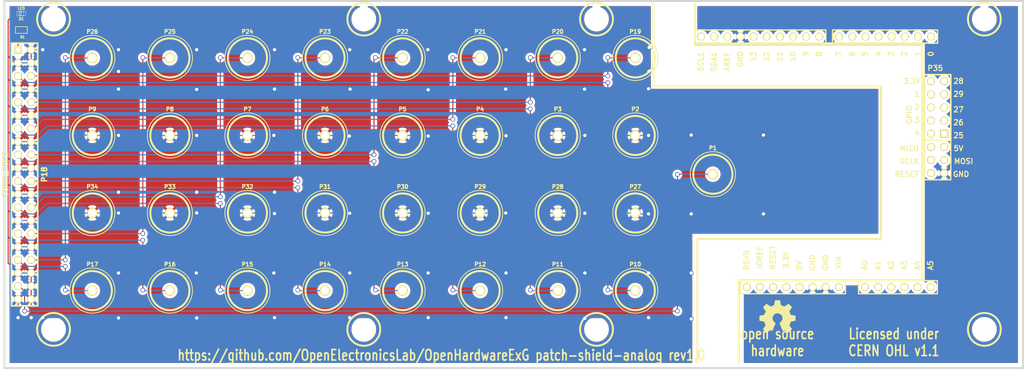
<source format=kicad_pcb>
(kicad_pcb (version 20171130) (host pcbnew 5.1.8+dfsg1-1+b1)
  (layers (0 Front signal) (31 Back signal) (34 B.Paste user) (35 F.Paste user) (36 B.SilkS user) (37 F.SilkS user) (38 B.Mask user) (39 F.Mask user) (44 Edge.Cuts user))
  (net 0 "")
  (net 1 +5VA)
  (net 2 /BIASOUT)
  (net 3 /IN1N)
  (net 4 /IN1P)
  (net 5 /IN2N)
  (net 6 /IN2P)
  (net 7 /IN3N)
  (net 8 /IN3P)
  (net 9 /IN4N)
  (net 10 /IN4P)
  (net 11 /IN5N)
  (net 12 /IN5P)
  (net 13 /IN6N)
  (net 14 /IN6P)
  (net 15 /IN7N)
  (net 16 /IN7P)
  (net 17 /IN8N)
  (net 18 /IN8P)
  (net 19 AGND)
  (net 20 DGND)
  (net 21 N-000020)
  (module LOGO (layer Front) (at 187.50026 109.99978)
    (fp_text reference G*** hide)
    (fp_text value LOGO hide)
  )
  (module Touchproof-socket (layer Front) (at 159.99968 89.99982)
    (fp_text reference P27 (at 0 -5.08) (layer F.SilkS) (effects (font (size 0.762 0.762) (thickness 0.1905))))
    (fp_text value CONN_1 hide)
    (pad 1 thru_hole circle (at 0 0) (size 1.99898 1.99898) (drill 1.39954) (layers *.Cu *.Mask F.SilkS) (net 19 AGND))
  )
  (module Touchproof-socket (layer Front) (at 159.99968 59.99988)
    (fp_text reference P19 (at 0 -5.08) (layer F.SilkS) (effects (font (size 0.762 0.762) (thickness 0.1905))))
    (fp_text value CONN_1 hide)
    (pad 1 thru_hole circle (at 0 0) (size 1.99898 1.99898) (drill 1.39954) (layers *.Cu *.Mask F.SilkS) (net 18 /IN8P))
  )
  (module Touchproof-socket (layer Front) (at 145.00098 59.99988)
    (fp_text reference P20 (at 0 -5.08) (layer F.SilkS) (effects (font (size 0.762 0.762) (thickness 0.1905))))
    (fp_text value CONN_1 hide)
    (pad 1 thru_hole circle (at 0 0) (size 1.99898 1.99898) (drill 1.39954) (layers *.Cu *.Mask F.SilkS) (net 16 /IN7P))
  )
  (module Touchproof-socket (layer Front) (at 129.99974 59.99988)
    (fp_text reference P21 (at 0 -5.08) (layer F.SilkS) (effects (font (size 0.762 0.762) (thickness 0.1905))))
    (fp_text value CONN_1 hide)
    (pad 1 thru_hole circle (at 0 0) (size 1.99898 1.99898) (drill 1.39954) (layers *.Cu *.Mask F.SilkS) (net 14 /IN6P))
  )
  (module Touchproof-socket (layer Front) (at 115.00104 59.99988)
    (fp_text reference P22 (at 0 -5.08) (layer F.SilkS) (effects (font (size 0.762 0.762) (thickness 0.1905))))
    (fp_text value CONN_1 hide)
    (pad 1 thru_hole circle (at 0 0) (size 1.99898 1.99898) (drill 1.39954) (layers *.Cu *.Mask F.SilkS) (net 12 /IN5P))
  )
  (module Touchproof-socket (layer Front) (at 99.9998 59.99988)
    (fp_text reference P23 (at 0 -5.08) (layer F.SilkS) (effects (font (size 0.762 0.762) (thickness 0.1905))))
    (fp_text value CONN_1 hide)
    (pad 1 thru_hole circle (at 0 0) (size 1.99898 1.99898) (drill 1.39954) (layers *.Cu *.Mask F.SilkS) (net 10 /IN4P))
  )
  (module Touchproof-socket (layer Front) (at 85.0011 59.99988)
    (fp_text reference P24 (at 0 -5.08) (layer F.SilkS) (effects (font (size 0.762 0.762) (thickness 0.1905))))
    (fp_text value CONN_1 hide)
    (pad 1 thru_hole circle (at 0 0) (size 1.99898 1.99898) (drill 1.39954) (layers *.Cu *.Mask F.SilkS) (net 8 /IN3P))
  )
  (module Touchproof-socket (layer Front) (at 69.99986 59.99988)
    (fp_text reference P25 (at 0 -5.08) (layer F.SilkS) (effects (font (size 0.762 0.762) (thickness 0.1905))))
    (fp_text value CONN_1 hide)
    (pad 1 thru_hole circle (at 0 0) (size 1.99898 1.99898) (drill 1.39954) (layers *.Cu *.Mask F.SilkS) (net 6 /IN2P))
  )
  (module Touchproof-socket (layer Front) (at 55.00116 59.99988)
    (fp_text reference P26 (at 0 -5.08) (layer F.SilkS) (effects (font (size 0.762 0.762) (thickness 0.1905))))
    (fp_text value CONN_1 hide)
    (pad 1 thru_hole circle (at 0 0) (size 1.99898 1.99898) (drill 1.39954) (layers *.Cu *.Mask F.SilkS) (net 4 /IN1P))
  )
  (module Touchproof-socket (layer Front) (at 55.00116 105.00106)
    (fp_text reference P17 (at 0 -5.08) (layer F.SilkS) (effects (font (size 0.762 0.762) (thickness 0.1905))))
    (fp_text value CONN_1 hide)
    (pad 1 thru_hole circle (at 0 0) (size 1.99898 1.99898) (drill 1.39954) (layers *.Cu *.Mask F.SilkS) (net 3 /IN1N))
  )
  (module Touchproof-socket (layer Front) (at 145.00098 89.99982)
    (fp_text reference P28 (at 0 -5.08) (layer F.SilkS) (effects (font (size 0.762 0.762) (thickness 0.1905))))
    (fp_text value CONN_1 hide)
    (pad 1 thru_hole circle (at 0 0) (size 1.99898 1.99898) (drill 1.39954) (layers *.Cu *.Mask F.SilkS) (net 19 AGND))
  )
  (module Touchproof-socket (layer Front) (at 129.99974 89.99982)
    (fp_text reference P29 (at 0 -5.08) (layer F.SilkS) (effects (font (size 0.762 0.762) (thickness 0.1905))))
    (fp_text value CONN_1 hide)
    (pad 1 thru_hole circle (at 0 0) (size 1.99898 1.99898) (drill 1.39954) (layers *.Cu *.Mask F.SilkS) (net 19 AGND))
  )
  (module Touchproof-socket (layer Front) (at 115.00104 89.99982)
    (fp_text reference P30 (at 0 -5.08) (layer F.SilkS) (effects (font (size 0.762 0.762) (thickness 0.1905))))
    (fp_text value CONN_1 hide)
    (pad 1 thru_hole circle (at 0 0) (size 1.99898 1.99898) (drill 1.39954) (layers *.Cu *.Mask F.SilkS) (net 19 AGND))
  )
  (module Touchproof-socket (layer Front) (at 99.9998 89.99982)
    (fp_text reference P31 (at 0 -5.08) (layer F.SilkS) (effects (font (size 0.762 0.762) (thickness 0.1905))))
    (fp_text value CONN_1 hide)
    (pad 1 thru_hole circle (at 0 0) (size 1.99898 1.99898) (drill 1.39954) (layers *.Cu *.Mask F.SilkS) (net 19 AGND))
  )
  (module Touchproof-socket (layer Front) (at 85.0011 89.99982)
    (fp_text reference P32 (at 0 -5.08) (layer F.SilkS) (effects (font (size 0.762 0.762) (thickness 0.1905))))
    (fp_text value CONN_1 hide)
    (pad 1 thru_hole circle (at 0 0) (size 1.99898 1.99898) (drill 1.39954) (layers *.Cu *.Mask F.SilkS) (net 19 AGND))
  )
  (module Touchproof-socket (layer Front) (at 69.99986 89.99982)
    (fp_text reference P33 (at 0 -5.08) (layer F.SilkS) (effects (font (size 0.762 0.762) (thickness 0.1905))))
    (fp_text value CONN_1 hide)
    (pad 1 thru_hole circle (at 0 0) (size 1.99898 1.99898) (drill 1.39954) (layers *.Cu *.Mask F.SilkS) (net 19 AGND))
  )
  (module Touchproof-socket (layer Front) (at 55.00116 89.99982)
    (fp_text reference P34 (at 0 -5.08) (layer F.SilkS) (effects (font (size 0.762 0.762) (thickness 0.1905))))
    (fp_text value CONN_1 hide)
    (pad 1 thru_hole circle (at 0 0) (size 1.99898 1.99898) (drill 1.39954) (layers *.Cu *.Mask F.SilkS) (net 19 AGND))
  )
  (module Touchproof-socket (layer Front) (at 55.00116 75.00112)
    (fp_text reference P9 (at 0 -5.08) (layer F.SilkS) (effects (font (size 0.762 0.762) (thickness 0.1905))))
    (fp_text value CONN_1 hide)
    (pad 1 thru_hole circle (at 0 0) (size 1.99898 1.99898) (drill 1.39954) (layers *.Cu *.Mask F.SilkS) (net 19 AGND))
  )
  (module Touchproof-socket (layer Front) (at 175.00092 82.4992)
    (fp_text reference P1 (at 0 -5.08) (layer F.SilkS) (effects (font (size 0.762 0.762) (thickness 0.1905))))
    (fp_text value CONN_1 hide)
    (pad 1 thru_hole circle (at 0 0) (size 1.99898 1.99898) (drill 1.39954) (layers *.Cu *.Mask F.SilkS) (net 2 /BIASOUT))
  )
  (module Touchproof-socket (layer Front) (at 159.99968 75.00112)
    (fp_text reference P2 (at 0 -5.08) (layer F.SilkS) (effects (font (size 0.762 0.762) (thickness 0.1905))))
    (fp_text value CONN_1 hide)
    (pad 1 thru_hole circle (at 0 0) (size 1.99898 1.99898) (drill 1.39954) (layers *.Cu *.Mask F.SilkS) (net 19 AGND))
  )
  (module Touchproof-socket (layer Front) (at 145.00098 75.00112)
    (fp_text reference P3 (at 0 -5.08) (layer F.SilkS) (effects (font (size 0.762 0.762) (thickness 0.1905))))
    (fp_text value CONN_1 hide)
    (pad 1 thru_hole circle (at 0 0) (size 1.99898 1.99898) (drill 1.39954) (layers *.Cu *.Mask F.SilkS) (net 19 AGND))
  )
  (module Touchproof-socket (layer Front) (at 129.99974 75.00112)
    (fp_text reference P4 (at 0 -5.08) (layer F.SilkS) (effects (font (size 0.762 0.762) (thickness 0.1905))))
    (fp_text value CONN_1 hide)
    (pad 1 thru_hole circle (at 0 0) (size 1.99898 1.99898) (drill 1.39954) (layers *.Cu *.Mask F.SilkS) (net 19 AGND))
  )
  (module Touchproof-socket (layer Front) (at 115.00104 75.00112)
    (fp_text reference P5 (at 0 -5.08) (layer F.SilkS) (effects (font (size 0.762 0.762) (thickness 0.1905))))
    (fp_text value CONN_1 hide)
    (pad 1 thru_hole circle (at 0 0) (size 1.99898 1.99898) (drill 1.39954) (layers *.Cu *.Mask F.SilkS) (net 19 AGND))
  )
  (module Touchproof-socket (layer Front) (at 99.9998 75.00112)
    (fp_text reference P6 (at 0 -5.08) (layer F.SilkS) (effects (font (size 0.762 0.762) (thickness 0.1905))))
    (fp_text value CONN_1 hide)
    (pad 1 thru_hole circle (at 0 0) (size 1.99898 1.99898) (drill 1.39954) (layers *.Cu *.Mask F.SilkS) (net 19 AGND))
  )
  (module Touchproof-socket (layer Front) (at 85.0011 75.00112)
    (fp_text reference P7 (at 0 -5.08) (layer F.SilkS) (effects (font (size 0.762 0.762) (thickness 0.1905))))
    (fp_text value CONN_1 hide)
    (pad 1 thru_hole circle (at 0 0) (size 1.99898 1.99898) (drill 1.39954) (layers *.Cu *.Mask F.SilkS) (net 19 AGND))
  )
  (module Touchproof-socket (layer Front) (at 69.99986 75.00112)
    (fp_text reference P8 (at 0 -5.08) (layer F.SilkS) (effects (font (size 0.762 0.762) (thickness 0.1905))))
    (fp_text value CONN_1 hide)
    (pad 1 thru_hole circle (at 0 0) (size 1.99898 1.99898) (drill 1.39954) (layers *.Cu *.Mask F.SilkS) (net 19 AGND))
  )
  (module Touchproof-socket (layer Front) (at 159.99968 105.00106)
    (fp_text reference P10 (at 0 -5.08) (layer F.SilkS) (effects (font (size 0.762 0.762) (thickness 0.1905))))
    (fp_text value CONN_1 hide)
    (pad 1 thru_hole circle (at 0 0) (size 1.99898 1.99898) (drill 1.39954) (layers *.Cu *.Mask F.SilkS) (net 17 /IN8N))
  )
  (module Touchproof-socket (layer Front) (at 145.00098 105.00106)
    (fp_text reference P11 (at 0 -5.08) (layer F.SilkS) (effects (font (size 0.762 0.762) (thickness 0.1905))))
    (fp_text value CONN_1 hide)
    (pad 1 thru_hole circle (at 0 0) (size 1.99898 1.99898) (drill 1.39954) (layers *.Cu *.Mask F.SilkS) (net 15 /IN7N))
  )
  (module Touchproof-socket (layer Front) (at 129.99974 105.00106)
    (fp_text reference P12 (at 0 -5.08) (layer F.SilkS) (effects (font (size 0.762 0.762) (thickness 0.1905))))
    (fp_text value CONN_1 hide)
    (pad 1 thru_hole circle (at 0 0) (size 1.99898 1.99898) (drill 1.39954) (layers *.Cu *.Mask F.SilkS) (net 13 /IN6N))
  )
  (module Touchproof-socket (layer Front) (at 115.00104 105.00106)
    (fp_text reference P13 (at 0 -5.08) (layer F.SilkS) (effects (font (size 0.762 0.762) (thickness 0.1905))))
    (fp_text value CONN_1 hide)
    (pad 1 thru_hole circle (at 0 0) (size 1.99898 1.99898) (drill 1.39954) (layers *.Cu *.Mask F.SilkS) (net 11 /IN5N))
  )
  (module Touchproof-socket (layer Front) (at 99.9998 105.00106)
    (fp_text reference P14 (at 0 -5.08) (layer F.SilkS) (effects (font (size 0.762 0.762) (thickness 0.1905))))
    (fp_text value CONN_1 hide)
    (pad 1 thru_hole circle (at 0 0) (size 1.99898 1.99898) (drill 1.39954) (layers *.Cu *.Mask F.SilkS) (net 9 /IN4N))
  )
  (module Touchproof-socket (layer Front) (at 85.0011 105.00106)
    (fp_text reference P15 (at 0 -5.08) (layer F.SilkS) (effects (font (size 0.762 0.762) (thickness 0.1905))))
    (fp_text value CONN_1 hide)
    (pad 1 thru_hole circle (at 0 0) (size 1.99898 1.99898) (drill 1.39954) (layers *.Cu *.Mask F.SilkS) (net 7 /IN3N))
  )
  (module Touchproof-socket (layer Front) (at 69.99986 105.00106)
    (fp_text reference P16 (at 0 -5.08) (layer F.SilkS) (effects (font (size 0.762 0.762) (thickness 0.1905))))
    (fp_text value CONN_1 hide)
    (pad 1 thru_hole circle (at 0 0) (size 1.99898 1.99898) (drill 1.39954) (layers *.Cu *.Mask F.SilkS) (net 5 /IN2N))
  )
  (module SM0603 (layer Front) (at 41.275 54.61)
    (fp_text reference R1 (at 0.22606 1.38938) (layer F.SilkS) (effects (font (size 0.508 0.4572) (thickness 0.1143))))
    (fp_text value 1k hide)
    (pad 1 smd rect (at -0.762 0) (size 0.635 1.143) (layers Front F.Paste F.Mask) (net 1 +5VA))
    (pad 2 smd rect (at 0.762 0) (size 0.635 1.143) (layers Front F.Paste F.Mask) (net 21 N-000020))
  )
  (module PIN_ARRAY_20X2 (layer Front) (at 41.91 82.55 270)
    (fp_text reference P18 (at 0 -3.81 270) (layer F.SilkS) (effects (font (size 1.016 1.016) (thickness 0.254))))
    (fp_text value CONN_20X2 (at 0 3.81 270) (layer F.SilkS) (effects (font (size 1.016 1.016) (thickness 0.2032))))
    (pad 1 thru_hole rect (at -24.13 1.27 270) (size 1.524 1.524) (drill 0.8128) (layers *.Cu *.Mask F.SilkS) (net 1 +5VA))
    (pad 2 thru_hole circle (at -24.13 -1.27 270) (size 1.524 1.524) (drill 1.016) (layers *.Cu *.Mask F.SilkS) (net 19 AGND))
    (pad 11 thru_hole circle (at -11.43 1.27 270) (size 1.524 1.524) (drill 1.016) (layers *.Cu *.Mask F.SilkS) (net 19 AGND))
    (pad 4 thru_hole circle (at -21.59 -1.27 270) (size 1.524 1.524) (drill 1.016) (layers *.Cu *.Mask F.SilkS) (net 19 AGND))
    (pad 13 thru_hole circle (at -8.89 1.27 270) (size 1.524 1.524) (drill 1.016) (layers *.Cu *.Mask F.SilkS) (net 13 /IN6N))
    (pad 6 thru_hole circle (at -19.05 -1.27 270) (size 1.524 1.524) (drill 1.016) (layers *.Cu *.Mask F.SilkS) (net 18 /IN8P))
    (pad 15 thru_hole circle (at -6.35 1.27 270) (size 1.524 1.524) (drill 1.016) (layers *.Cu *.Mask F.SilkS) (net 19 AGND))
    (pad 8 thru_hole circle (at -16.51 -1.27 270) (size 1.524 1.524) (drill 1.016) (layers *.Cu *.Mask F.SilkS) (net 19 AGND))
    (pad 17 thru_hole circle (at -3.81 1.27 270) (size 1.524 1.524) (drill 1.016) (layers *.Cu *.Mask F.SilkS) (net 11 /IN5N))
    (pad 10 thru_hole circle (at -13.97 -1.27 270) (size 1.524 1.524) (drill 1.016) (layers *.Cu *.Mask F.SilkS) (net 16 /IN7P))
    (pad 19 thru_hole circle (at -1.27 1.27 270) (size 1.524 1.524) (drill 1.016) (layers *.Cu *.Mask F.SilkS) (net 19 AGND))
    (pad 12 thru_hole circle (at -11.43 -1.27 270) (size 1.524 1.524) (drill 1.016) (layers *.Cu *.Mask F.SilkS) (net 19 AGND))
    (pad 21 thru_hole circle (at 1.27 1.27 270) (size 1.524 1.524) (drill 1.016) (layers *.Cu *.Mask F.SilkS) (net 9 /IN4N))
    (pad 14 thru_hole circle (at -8.89 -1.27 270) (size 1.524 1.524) (drill 1.016) (layers *.Cu *.Mask F.SilkS) (net 14 /IN6P))
    (pad 23 thru_hole circle (at 3.81 1.27 270) (size 1.524 1.524) (drill 1.016) (layers *.Cu *.Mask F.SilkS) (net 19 AGND))
    (pad 16 thru_hole circle (at -6.35 -1.27 270) (size 1.524 1.524) (drill 1.016) (layers *.Cu *.Mask F.SilkS) (net 19 AGND))
    (pad 25 thru_hole circle (at 6.35 1.27 270) (size 1.524 1.524) (drill 1.016) (layers *.Cu *.Mask F.SilkS) (net 7 /IN3N))
    (pad 18 thru_hole circle (at -3.81 -1.27 270) (size 1.524 1.524) (drill 1.016) (layers *.Cu *.Mask F.SilkS) (net 12 /IN5P))
    (pad 27 thru_hole circle (at 8.89 1.27 270) (size 1.524 1.524) (drill 1.016) (layers *.Cu *.Mask F.SilkS) (net 19 AGND))
    (pad 20 thru_hole circle (at -1.27 -1.27 270) (size 1.524 1.524) (drill 1.016) (layers *.Cu *.Mask F.SilkS) (net 19 AGND))
    (pad 29 thru_hole circle (at 11.43 1.27 270) (size 1.524 1.524) (drill 1.016) (layers *.Cu *.Mask F.SilkS) (net 5 /IN2N))
    (pad 22 thru_hole circle (at 1.27 -1.27 270) (size 1.524 1.524) (drill 1.016) (layers *.Cu *.Mask F.SilkS) (net 10 /IN4P))
    (pad 31 thru_hole circle (at 13.97 1.27 270) (size 1.524 1.524) (drill 1.016) (layers *.Cu *.Mask F.SilkS) (net 19 AGND))
    (pad 24 thru_hole circle (at 3.81 -1.27 270) (size 1.524 1.524) (drill 1.016) (layers *.Cu *.Mask F.SilkS) (net 19 AGND))
    (pad 26 thru_hole circle (at 6.35 -1.27 270) (size 1.524 1.524) (drill 1.016) (layers *.Cu *.Mask F.SilkS) (net 8 /IN3P))
    (pad 33 thru_hole circle (at 16.51 1.27 270) (size 1.524 1.524) (drill 1.016) (layers *.Cu *.Mask F.SilkS) (net 3 /IN1N))
    (pad 28 thru_hole circle (at 8.89 -1.27 270) (size 1.524 1.524) (drill 1.016) (layers *.Cu *.Mask F.SilkS) (net 19 AGND))
    (pad 32 thru_hole circle (at 13.97 -1.27 270) (size 1.524 1.524) (drill 1.016) (layers *.Cu *.Mask F.SilkS) (net 19 AGND))
    (pad 34 thru_hole circle (at 16.51 -1.27 270) (size 1.524 1.524) (drill 1.016) (layers *.Cu *.Mask F.SilkS) (net 4 /IN1P))
    (pad 36 thru_hole circle (at 19.05 -1.27 270) (size 1.524 1.524) (drill 1.016) (layers *.Cu *.Mask F.SilkS) (net 19 AGND))
    (pad 38 thru_hole circle (at 21.59 -1.27 270) (size 1.524 1.524) (drill 1.016) (layers *.Cu *.Mask F.SilkS) (net 19 AGND))
    (pad 35 thru_hole circle (at 19.05 1.27 270) (size 1.524 1.524) (drill 1.016) (layers *.Cu *.Mask F.SilkS) (net 19 AGND))
    (pad 37 thru_hole circle (at 21.59 1.27 270) (size 1.524 1.524) (drill 1.016) (layers *.Cu *.Mask F.SilkS) (net 2 /BIASOUT))
    (pad 3 thru_hole circle (at -21.59 1.27 270) (size 1.524 1.524) (drill 1.016) (layers *.Cu *.Mask F.SilkS) (net 19 AGND))
    (pad 5 thru_hole circle (at -19.05 1.27 270) (size 1.524 1.524) (drill 1.016) (layers *.Cu *.Mask F.SilkS) (net 17 /IN8N))
    (pad 7 thru_hole circle (at -16.51 1.27 270) (size 1.524 1.524) (drill 1.016) (layers *.Cu *.Mask F.SilkS) (net 19 AGND))
    (pad 9 thru_hole circle (at -13.97 1.27 270) (size 1.524 1.524) (drill 1.016) (layers *.Cu *.Mask F.SilkS) (net 15 /IN7N))
    (pad 39 thru_hole circle (at 24.13 1.27 270) (size 1.524 1.524) (drill 1.016) (layers *.Cu *.Mask F.SilkS) (net 19 AGND))
    (pad 40 thru_hole circle (at 24.13 -1.27 270) (size 1.524 1.524) (drill 1.016) (layers *.Cu *.Mask F.SilkS) (net 19 AGND))
    (pad 30 thru_hole circle (at 11.43 -1.27 270) (size 1.524 1.524) (drill 1.016) (layers *.Cu *.Mask F.SilkS) (net 6 /IN2P))
  )
  (module arduino_shield (layer Front) (at 198.12 78.74)
    (fp_text reference P36 hide)
    (fp_text value ARDUINO_SHIELD hide)
    (fp_text user RSVD (at -16.5862 20.36318 90) (layer F.SilkS) (effects (font (size 1.016 1.016) (thickness 0.2032))))
    (fp_text user IOREF (at -14.0462 19.85518 90) (layer F.SilkS) (effects (font (size 1.016 1.016) (thickness 0.2032))))
    (fp_text user RESET (at -11.5062 19.85518 90) (layer F.SilkS) (effects (font (size 1.016 1.016) (thickness 0.2032))))
    (fp_text user 3.3V (at -8.9662 20.36318 90) (layer F.SilkS) (effects (font (size 1.016 1.016) (thickness 0.2032))))
    (fp_text user 5V (at -6.4262 21.37918 90) (layer F.SilkS) (effects (font (size 1.016 1.016) (thickness 0.2032))))
    (fp_text user GND (at -3.8862 20.87118 90) (layer F.SilkS) (effects (font (size 1.016 1.016) (thickness 0.2032))))
    (fp_text user GND (at -1.3462 20.87118 90) (layer F.SilkS) (effects (font (size 1.016 1.016) (thickness 0.2032))))
    (fp_text user VIN (at 1.1938 20.87118 90) (layer F.SilkS) (effects (font (size 1.016 1.016) (thickness 0.2032))))
    (fp_text user A0 (at 6.2484 21.37918 90) (layer F.SilkS) (effects (font (size 1.016 1.016) (thickness 0.2032))))
    (fp_text user A1 (at 8.7884 21.37918 90) (layer F.SilkS) (effects (font (size 1.016 1.016) (thickness 0.2032))))
    (fp_text user A2 (at 11.3284 21.37918 90) (layer F.SilkS) (effects (font (size 1.016 1.016) (thickness 0.2032))))
    (fp_text user A3 (at 13.8684 21.37918 90) (layer F.SilkS) (effects (font (size 1.016 1.016) (thickness 0.2032))))
    (fp_text user A4 (at 16.4084 21.37918 90) (layer F.SilkS) (effects (font (size 1.016 1.016) (thickness 0.2032))))
    (fp_text user A5 (at 18.9484 21.37918 90) (layer F.SilkS) (effects (font (size 1.016 1.016) (thickness 0.2032))))
    (fp_text user MISO (at 14.87932 -1.23952) (layer F.SilkS) (effects (font (size 1.016 1.016) (thickness 0.2032))))
    (fp_text user SCLK (at 14.87932 1.25984) (layer F.SilkS) (effects (font (size 1.016 1.016) (thickness 0.2032))))
    (fp_text user RESET (at 14.37894 3.7592) (layer F.SilkS) (effects (font (size 1.016 1.016) (thickness 0.2032))))
    (fp_text user 5V (at 24.37892 -1.23952) (layer F.SilkS) (effects (font (size 1.016 1.016) (thickness 0.2032))))
    (fp_text user MOSI (at 25.37968 1.25984) (layer F.SilkS) (effects (font (size 1.016 1.016) (thickness 0.2032))))
    (fp_text user GND (at 24.8793 3.7592) (layer F.SilkS) (effects (font (size 1.016 1.016) (thickness 0.2032))))
    (fp_text user 0 (at 19.0246 -19.51482 90) (layer F.SilkS) (effects (font (size 1.016 1.016) (thickness 0.2032))))
    (fp_text user 1 (at 16.4846 -19.51482 90) (layer F.SilkS) (effects (font (size 1.016 1.016) (thickness 0.2032))))
    (fp_text user 2 (at 13.9446 -19.51482 90) (layer F.SilkS) (effects (font (size 1.016 1.016) (thickness 0.2032))))
    (fp_text user 3 (at 11.4046 -19.51482 90) (layer F.SilkS) (effects (font (size 1.016 1.016) (thickness 0.2032))))
    (fp_text user 4 (at 8.8646 -19.51482 90) (layer F.SilkS) (effects (font (size 1.016 1.016) (thickness 0.2032))))
    (fp_text user 5 (at 6.3246 -19.51482 90) (layer F.SilkS) (effects (font (size 1.016 1.016) (thickness 0.2032))))
    (fp_text user 6 (at 3.7846 -19.51482 90) (layer F.SilkS) (effects (font (size 1.016 1.016) (thickness 0.2032))))
    (fp_text user 7 (at 1.2446 -19.51482 90) (layer F.SilkS) (effects (font (size 1.016 1.016) (thickness 0.2032))))
    (fp_text user 8 (at -2.5908 -19.51482 90) (layer F.SilkS) (effects (font (size 1.016 1.016) (thickness 0.2032))))
    (fp_text user 9 (at -5.1308 -19.51482 90) (layer F.SilkS) (effects (font (size 1.016 1.016) (thickness 0.2032))))
    (fp_text user 10 (at -7.6708 -19.00682 90) (layer F.SilkS) (effects (font (size 1.016 1.016) (thickness 0.2032))))
    (fp_text user 11 (at -10.2108 -19.00682 90) (layer F.SilkS) (effects (font (size 1.016 1.016) (thickness 0.2032))))
    (fp_text user 12 (at -12.7508 -19.00682 90) (layer F.SilkS) (effects (font (size 1.016 1.016) (thickness 0.2032))))
    (fp_text user 13 (at -15.2908 -19.00682 90) (layer F.SilkS) (effects (font (size 1.016 1.016) (thickness 0.2032))))
    (fp_text user GND (at -17.8308 -18.49882 90) (layer F.SilkS) (effects (font (size 1.016 1.016) (thickness 0.2032))))
    (fp_text user AREF (at -20.3708 -17.99082 90) (layer F.SilkS) (effects (font (size 1.016 1.016) (thickness 0.2032))))
    (fp_text user SDA1 (at -22.9108 -17.99082 90) (layer F.SilkS) (effects (font (size 1.016 1.016) (thickness 0.2032))))
    (fp_text user SCL1 (at -25.4508 -17.99082 90) (layer F.SilkS) (effects (font (size 1.016 1.016) (thickness 0.2032))))
    (pad 90 thru_hole circle (at -16.5354 25.6032) (size 1.524 1.524) (drill 1.00076) (layers *.Cu *.Mask F.SilkS))
    (pad 91 thru_hole circle (at -13.9954 25.6032) (size 1.524 1.524) (drill 1.00076) (layers *.Cu *.Mask F.SilkS))
    (pad 92 thru_hole circle (at -11.4554 25.6032) (size 1.524 1.524) (drill 1.00076) (layers *.Cu *.Mask F.SilkS))
    (pad 93 thru_hole circle (at -8.9154 25.6032) (size 1.524 1.524) (drill 1.00076) (layers *.Cu *.Mask F.SilkS))
    (pad 94 thru_hole circle (at -6.3754 25.6032) (size 1.524 1.524) (drill 1.00076) (layers *.Cu *.Mask F.SilkS))
    (pad 95 thru_hole circle (at -3.8354 25.6032) (size 1.524 1.524) (drill 1.00076) (layers *.Cu *.Mask F.SilkS) (net 20 DGND))
    (pad 96 thru_hole circle (at -1.2954 25.6032) (size 1.524 1.524) (drill 1.00076) (layers *.Cu *.Mask F.SilkS) (net 20 DGND))
    (pad 97 thru_hole circle (at 1.2446 25.6032) (size 1.524 1.524) (drill 1.00076) (layers *.Cu *.Mask F.SilkS))
    (pad 54 thru_hole circle (at 6.2992 25.6032) (size 1.524 1.524) (drill 1.00076) (layers *.Cu *.Mask F.SilkS))
    (pad 55 thru_hole circle (at 8.8392 25.6032) (size 1.524 1.524) (drill 1.00076) (layers *.Cu *.Mask F.SilkS))
    (pad 56 thru_hole circle (at 11.3792 25.6032) (size 1.524 1.524) (drill 1.00076) (layers *.Cu *.Mask F.SilkS))
    (pad 57 thru_hole circle (at 13.9192 25.6032) (size 1.524 1.524) (drill 1.00076) (layers *.Cu *.Mask F.SilkS))
    (pad 58 thru_hole circle (at 16.4592 25.6032) (size 1.524 1.524) (drill 1.00076) (layers *.Cu *.Mask F.SilkS))
    (pad 59 thru_hole circle (at 18.9992 25.6032) (size 1.524 1.524) (drill 1.00076) (layers *.Cu *.Mask F.SilkS))
    (pad 74 thru_hole circle (at 19.0754 -1.524) (size 1.524 1.524) (drill 1.00076) (layers *.Cu *.Mask F.SilkS))
    (pad 76 thru_hole circle (at 19.0754 1.016) (size 1.524 1.524) (drill 1.00076) (layers *.Cu *.Mask F.SilkS))
    (pad 89 thru_hole circle (at 19.0754 3.556) (size 1.524 1.524) (drill 1.00076) (layers *.Cu *.Mask F.SilkS))
    (pad 87 thru_hole circle (at 21.6154 3.556) (size 1.524 1.524) (drill 1.00076) (layers *.Cu *.Mask F.SilkS) (net 20 DGND))
    (pad 75 thru_hole circle (at 21.6154 1.016) (size 1.524 1.524) (drill 1.00076) (layers *.Cu *.Mask F.SilkS))
    (pad 88 thru_hole circle (at 21.6154 -1.524) (size 1.524 1.524) (drill 1.00076) (layers *.Cu *.Mask F.SilkS))
    (pad 0 thru_hole circle (at 19.0754 -22.86) (size 1.524 1.524) (drill 1.00076) (layers *.Cu *.Mask F.SilkS))
    (pad 1 thru_hole circle (at 16.5354 -22.86) (size 1.524 1.524) (drill 1.00076) (layers *.Cu *.Mask F.SilkS))
    (pad 2 thru_hole circle (at 13.9954 -22.86) (size 1.524 1.524) (drill 1.00076) (layers *.Cu *.Mask F.SilkS))
    (pad 3 thru_hole circle (at 11.4554 -22.86) (size 1.524 1.524) (drill 1.00076) (layers *.Cu *.Mask F.SilkS))
    (pad 4 thru_hole circle (at 8.9154 -22.86) (size 1.524 1.524) (drill 1.00076) (layers *.Cu *.Mask F.SilkS))
    (pad 5 thru_hole circle (at 6.3754 -22.86) (size 1.524 1.524) (drill 1.00076) (layers *.Cu *.Mask F.SilkS))
    (pad 6 thru_hole circle (at 3.8354 -22.86) (size 1.524 1.524) (drill 1.00076) (layers *.Cu *.Mask F.SilkS))
    (pad 7 thru_hole circle (at 1.2954 -22.86) (size 1.524 1.524) (drill 1.00076) (layers *.Cu *.Mask F.SilkS))
    (pad 8 thru_hole circle (at -2.54 -22.86) (size 1.524 1.524) (drill 1.00076) (layers *.Cu *.Mask F.SilkS))
    (pad 9 thru_hole circle (at -5.08 -22.86) (size 1.524 1.524) (drill 1.00076) (layers *.Cu *.Mask F.SilkS))
    (pad 10 thru_hole circle (at -7.62 -22.86) (size 1.524 1.524) (drill 1.00076) (layers *.Cu *.Mask F.SilkS))
    (pad 11 thru_hole circle (at -10.16 -22.86) (size 1.524 1.524) (drill 1.00076) (layers *.Cu *.Mask F.SilkS))
    (pad 12 thru_hole circle (at -12.7 -22.86) (size 1.524 1.524) (drill 1.00076) (layers *.Cu *.Mask F.SilkS))
    (pad 13 thru_hole circle (at -15.24 -22.86) (size 1.524 1.524) (drill 1.00076) (layers *.Cu *.Mask F.SilkS))
    (pad 99 thru_hole circle (at -17.78 -22.86) (size 1.524 1.524) (drill 1.00076) (layers *.Cu *.Mask F.SilkS) (net 20 DGND))
    (pad 98 thru_hole circle (at -20.32 -22.86) (size 1.524 1.524) (drill 1.00076) (layers *.Cu *.Mask F.SilkS))
    (pad 70 thru_hole circle (at -22.86 -22.86) (size 1.524 1.524) (drill 1.00076) (layers *.Cu *.Mask F.SilkS))
    (pad 71 thru_hole circle (at -25.4 -22.86) (size 1.524 1.524) (drill 1.00076) (layers *.Cu *.Mask F.SilkS))
  )
  (module PIN_ARRAY_5x2 (layer Front) (at 218.4654 69.596 90)
    (fp_text reference P35 (at 7.59714 -0.46482 180) (layer F.SilkS) (effects (font (size 1.016 1.016) (thickness 0.2032))))
    (fp_text value CONN_5X2 hide)
    (pad 1 thru_hole rect (at -5.08 1.27 90) (size 1.524 1.524) (drill 1.016) (layers *.Cu *.Mask F.SilkS))
    (pad 2 thru_hole circle (at -5.08 -1.27 90) (size 1.524 1.524) (drill 1.016) (layers *.Cu *.Mask F.SilkS))
    (pad 3 thru_hole circle (at -2.54 1.27 90) (size 1.524 1.524) (drill 1.016) (layers *.Cu *.Mask F.SilkS))
    (pad 4 thru_hole circle (at -2.54 -1.27 90) (size 1.524 1.524) (drill 1.016) (layers *.Cu *.Mask F.SilkS))
    (pad 5 thru_hole circle (at 0 1.27 90) (size 1.524 1.524) (drill 1.016) (layers *.Cu *.Mask F.SilkS))
    (pad 6 thru_hole circle (at 0 -1.27 90) (size 1.524 1.524) (drill 1.016) (layers *.Cu *.Mask F.SilkS))
    (pad 7 thru_hole circle (at 2.54 1.27 90) (size 1.524 1.524) (drill 1.016) (layers *.Cu *.Mask F.SilkS))
    (pad 8 thru_hole circle (at 2.54 -1.27 90) (size 1.524 1.524) (drill 1.016) (layers *.Cu *.Mask F.SilkS))
    (pad 9 thru_hole circle (at 5.08 1.27 90) (size 1.524 1.524) (drill 1.016) (layers *.Cu *.Mask F.SilkS))
    (pad 10 thru_hole circle (at 5.08 -1.27 90) (size 1.524 1.524) (drill 1.016) (layers *.Cu *.Mask F.SilkS))
  )
  (module Hole_M3 (layer Front) (at 47.50054 52.49926)
    (fp_text reference Hole_M3 hide)
    (fp_text value VAL** hide)
    (pad "" np_thru_hole circle (at 0 0) (size 3.7973 3.7973) (drill 3.7973) (layers *.Cu *.Mask F.SilkS))
  )
  (module Hole_M3 (layer Front) (at 47.50054 112.49914)
    (fp_text reference Hole_M3 hide)
    (fp_text value VAL** hide)
    (pad "" np_thru_hole circle (at 0 0) (size 3.7973 3.7973) (drill 3.7973) (layers *.Cu *.Mask F.SilkS))
  )
  (module Hole_M3 (layer Front) (at 152.49906 52.49926)
    (fp_text reference Hole_M3 hide)
    (fp_text value VAL** hide)
    (pad "" np_thru_hole circle (at 0 0) (size 3.7973 3.7973) (drill 3.7973) (layers *.Cu *.Mask F.SilkS))
  )
  (module Hole_M3 (layer Front) (at 152.49906 112.49914)
    (fp_text reference Hole_M3 hide)
    (fp_text value VAL** hide)
    (pad "" np_thru_hole circle (at 0 0) (size 3.7973 3.7973) (drill 3.7973) (layers *.Cu *.Mask F.SilkS))
  )
  (module Hole_M3 (layer Front) (at 227.50018 52.49926)
    (fp_text reference Hole_M3 hide)
    (fp_text value VAL** hide)
    (pad "" np_thru_hole circle (at 0 0) (size 3.7973 3.7973) (drill 3.7973) (layers *.Cu *.Mask F.SilkS))
  )
  (module Hole_M3 (layer Front) (at 227.50018 112.49914)
    (fp_text reference Hole_M3 hide)
    (fp_text value VAL** hide)
    (pad "" np_thru_hole circle (at 0 0) (size 3.7973 3.7973) (drill 3.7973) (layers *.Cu *.Mask F.SilkS))
  )
  (module Hole_M3 (layer Front) (at 107.50042 52.49926)
    (fp_text reference Hole_M3 hide)
    (fp_text value VAL** hide)
    (pad "" np_thru_hole circle (at 0 0) (size 3.7973 3.7973) (drill 3.7973) (layers *.Cu *.Mask F.SilkS))
  )
  (module Hole_M3 (layer Front) (at 107.50042 112.49914)
    (fp_text reference Hole_M3 hide)
    (fp_text value VAL** hide)
    (pad "" np_thru_hole circle (at 0 0) (size 3.7973 3.7973) (drill 3.7973) (layers *.Cu *.Mask F.SilkS))
  )
  (module LED-0603 (layer Front) (at 41.275 51.435 180)
    (fp_text reference D1 (at 0 -1.016 180) (layer F.SilkS) (effects (font (size 0.508 0.508) (thickness 0.127))))
    (fp_text value LED (at 0 1.016 180) (layer F.SilkS) (effects (font (size 0.508 0.508) (thickness 0.127))))
    (pad 1 smd rect (at -0.7493 0 180) (size 0.79756 0.79756) (layers Front F.Paste F.Mask) (net 21 N-000020))
    (pad 2 smd rect (at 0.7493 0 180) (size 0.79756 0.79756) (layers Front F.Paste F.Mask) (net 19 AGND))
  )
  (module fiducial_mark (layer Front) (at 62.49924 112.49914)
    (fp_text reference fiducial_mark hide)
    (fp_text value VAL** hide)
    (pad 1 smd circle (at 0 0) (size 1.00076 1.00076) (layers Front F.Paste F.Mask) (clearance 0.50038))
  )
  (module fiducial_mark (layer Front) (at 62.49924 57.50052)
    (fp_text reference fiducial_mark hide)
    (fp_text value VAL** hide)
    (pad 1 smd circle (at 0 0) (size 1.00076 1.00076) (layers Front F.Paste F.Mask) (clearance 0.50038))
  )
  (module fiducial_mark (layer Front) (at 222.49892 57.50052)
    (fp_text reference fiducial_mark hide)
    (fp_text value VAL** hide)
    (pad 1 smd circle (at 0 0) (size 1.00076 1.00076) (layers Front F.Paste F.Mask) (clearance 0.50038))
  )
  (gr_text 29 (at 222.49892 67.00012) (layer F.SilkS) (effects (font (size 1.016 1.016) (thickness 0.2032))))
  (gr_text 27 (at 222.49892 69.99986) (layer F.SilkS) (effects (font (size 1.016 1.016) (thickness 0.2032))))
  (gr_text 25 (at 222.49892 75.00112) (layer F.SilkS) (effects (font (size 1.016 1.016) (thickness 0.2032))))
  (gr_text 26 (at 222.49892 72.49922) (layer F.SilkS) (effects (font (size 1.016 1.016) (thickness 0.2032))))
  (gr_text 28 (at 222.49892 64.50076) (layer F.SilkS) (effects (font (size 1.016 1.016) (thickness 0.2032))))
  (gr_text 3.3V (at 213.4997 64.50076) (layer F.SilkS) (effects (font (size 1.016 1.016) (thickness 0.2032))))
  (gr_text 3 (at 214.50046 71.99884) (layer F.SilkS) (effects (font (size 1.016 1.016) (thickness 0.2032))))
  (gr_text 4 (at 214.50046 74.50074) (layer F.SilkS) (effects (font (size 1.016 1.016) (thickness 0.2032))))
  (gr_text 2 (at 214.50046 69.49948) (layer F.SilkS) (effects (font (size 1.016 1.016) (thickness 0.2032))))
  (gr_text 1 (at 214.50046 67.00012) (layer F.SilkS) (effects (font (size 1.016 1.016) (thickness 0.2032))))
  (gr_text GPIO (at 212.99932 71.00062 90) (layer F.SilkS) (effects (font (size 1.016 1.016) (thickness 0.2032))))
  (gr_text "Licensed under\nCERN OHL v1.1" (at 209.99958 115.00104) (layer F.SilkS) (effects (font (size 2.032 1.524) (thickness 0.3048))))
  (gr_text "open source\nhardware" (at 187.50026 115.00104) (layer F.SilkS) (effects (font (size 2.032 1.524) (thickness 0.3048))))
  (gr_text "https://github.com/OpenElectronicsLab/OpenHardwareExG patch-shield-analog rev1.0" (at 122.49912 117.5004) (layer F.SilkS) (effects (font (size 2.032 1.524) (thickness 0.3048))))
  (gr_line (start 179.99964 102.99954) (end 179.99964 118.999) (angle 90) (layer F.SilkS) (width 0.381))
  (gr_line (start 172.00118 95.00108) (end 172.00118 118.999) (angle 90) (layer F.SilkS) (width 0.381))
  (gr_line (start 38.00094 119.99976) (end 38.00094 48.99914) (angle 90) (layer Edge.Cuts) (width 0.381))
  (gr_line (start 235.0008 119.99976) (end 38.00094 119.99976) (angle 90) (layer Edge.Cuts) (width 0.381))
  (gr_line (start 235.0008 48.99914) (end 235.0008 119.99976) (angle 90) (layer Edge.Cuts) (width 0.381))
  (gr_line (start 38.00094 48.99914) (end 235.0008 48.99914) (angle 90) (layer Edge.Cuts) (width 0.381))
  (gr_line (start 171.5008 55.00116) (end 171.5008 49.49952) (angle 90) (layer F.SilkS) (width 0.381))
  (gr_line (start 163.4998 55.00116) (end 163.4998 49.49952) (angle 90) (layer F.SilkS) (width 0.381))
  (gr_line (start 207.50022 95.00108) (end 172.00118 95.00108) (angle 90) (layer F.SilkS) (width 0.381))
  (gr_line (start 207.50022 65.49898) (end 207.50022 95.00108) (angle 90) (layer F.SilkS) (width 0.381))
  (gr_line (start 163.4998 65.49898) (end 207.50022 65.49898) (angle 90) (layer F.SilkS) (width 0.381))
  (gr_line (start 163.4998 55.00116) (end 163.4998 65.49898) (angle 90) (layer F.SilkS) (width 0.381))
  (gr_line (start 215.50122 102.99954) (end 179.99964 102.99954) (angle 90) (layer F.SilkS) (width 0.381))
  (gr_line (start 215.50122 57.50052) (end 215.50122 102.99954) (angle 90) (layer F.SilkS) (width 0.381))
  (gr_line (start 171.5008 57.50052) (end 215.50122 57.50052) (angle 90) (layer F.SilkS) (width 0.381))
  (gr_line (start 171.5008 55.00116) (end 171.5008 57.50052) (angle 90) (layer F.SilkS) (width 0.381))
  (segment (start 40.64 58.42) (end 40.64 54.737) (width 0.2032) (layer Front) (net 1))
  (segment (start 40.64 54.737) (end 40.513 54.61) (width 0.2032) (layer Front) (net 1))
  (segment (start 168.148 108.966) (end 41.91 108.966) (width 0.2032) (layer Back) (net 2))
  (via (at 41.91 108.966) (size 0.889) (layers Front Back) (net 2))
  (via (at 168.148 108.966) (size 0.889) (layers Front Back) (net 2))
  (segment (start 168.148 82.55) (end 168.148 108.966) (width 0.2032) (layer Front) (net 2))
  (via (at 168.148 82.55) (size 0.889) (layers Front Back) (net 2))
  (segment (start 168.1988 82.4992) (end 168.148 82.55) (width 0.2032) (layer Back) (net 2))
  (segment (start 175.00092 82.4992) (end 168.1988 82.4992) (width 0.2032) (layer Back) (net 2))
  (segment (start 40.894 104.14) (end 40.64 104.14) (width 0.2032) (layer Front) (net 2))
  (segment (start 41.91 108.966) (end 41.91 105.156) (width 0.2032) (layer Front) (net 2))
  (segment (start 41.91 105.156) (end 40.894 104.14) (width 0.2032) (layer Front) (net 2))
  (segment (start 49.784 104.902) (end 49.784 100.33) (width 0.2032) (layer Front) (net 3))
  (segment (start 41.91 100.33) (end 40.64 99.06) (width 0.2032) (layer Back) (net 3))
  (segment (start 49.88306 105.00106) (end 49.784 104.902) (width 0.2032) (layer Back) (net 3))
  (segment (start 49.784 100.33) (end 41.91 100.33) (width 0.2032) (layer Back) (net 3))
  (via (at 49.784 100.33) (size 0.889) (layers Front Back) (net 3))
  (via (at 49.784 104.902) (size 0.889) (layers Front Back) (net 3))
  (segment (start 55.00116 105.00106) (end 49.88306 105.00106) (width 0.2032) (layer Back) (net 3))
  (segment (start 49.784 99.06) (end 43.18 99.06) (width 0.2032) (layer Back) (net 4))
  (via (at 49.784 99.06) (size 0.889) (layers Front Back) (net 4))
  (segment (start 55.00116 59.99988) (end 49.83988 59.99988) (width 0.2032) (layer Back) (net 4))
  (via (at 49.784 59.944) (size 0.889) (layers Front Back) (net 4))
  (segment (start 49.83988 59.99988) (end 49.784 59.944) (width 0.2032) (layer Back) (net 4))
  (segment (start 49.784 59.944) (end 49.784 99.06) (width 0.2032) (layer Front) (net 4))
  (segment (start 64.86906 105.00106) (end 64.77 104.902) (width 0.2032) (layer Back) (net 5))
  (segment (start 64.77 104.902) (end 64.77 95.25) (width 0.2032) (layer Front) (net 5))
  (via (at 64.77 104.902) (size 0.889) (layers Front Back) (net 5))
  (via (at 64.77 95.25) (size 0.889) (layers Front Back) (net 5))
  (segment (start 69.99986 105.00106) (end 64.86906 105.00106) (width 0.2032) (layer Back) (net 5))
  (segment (start 41.91 95.25) (end 40.64 93.98) (width 0.2032) (layer Back) (net 5))
  (segment (start 64.77 95.25) (end 41.91 95.25) (width 0.2032) (layer Back) (net 5))
  (via (at 64.77 59.944) (size 0.889) (layers Front Back) (net 6))
  (segment (start 64.77 59.944) (end 64.77 93.98) (width 0.2032) (layer Front) (net 6))
  (via (at 64.77 93.98) (size 0.889) (layers Front Back) (net 6))
  (segment (start 64.82588 59.99988) (end 64.77 59.944) (width 0.2032) (layer Back) (net 6))
  (segment (start 69.99986 59.99988) (end 64.82588 59.99988) (width 0.2032) (layer Back) (net 6))
  (segment (start 64.77 93.98) (end 43.18 93.98) (width 0.2032) (layer Back) (net 6))
  (segment (start 85.0011 105.00106) (end 79.85506 105.00106) (width 0.2032) (layer Back) (net 7))
  (segment (start 41.91 90.17) (end 40.64 88.9) (width 0.2032) (layer Back) (net 7))
  (segment (start 44.196 90.17) (end 41.91 90.17) (width 0.2032) (layer Back) (net 7))
  (segment (start 46.228 88.138) (end 44.196 90.17) (width 0.2032) (layer Back) (net 7))
  (segment (start 79.756 88.138) (end 46.228 88.138) (width 0.2032) (layer Back) (net 7))
  (via (at 79.756 88.138) (size 0.889) (layers Front Back) (net 7))
  (segment (start 79.756 104.902) (end 79.756 88.138) (width 0.2032) (layer Front) (net 7))
  (via (at 79.756 104.902) (size 0.889) (layers Front Back) (net 7))
  (segment (start 79.85506 105.00106) (end 79.756 104.902) (width 0.2032) (layer Back) (net 7))
  (segment (start 79.756 59.944) (end 79.756 86.868) (width 0.2032) (layer Front) (net 8))
  (via (at 79.756 59.944) (size 0.889) (layers Front Back) (net 8))
  (segment (start 43.688 88.9) (end 43.18 88.9) (width 0.2032) (layer Back) (net 8))
  (segment (start 79.81188 59.99988) (end 79.756 59.944) (width 0.2032) (layer Back) (net 8))
  (via (at 79.756 86.868) (size 0.889) (layers Front Back) (net 8))
  (segment (start 79.756 86.868) (end 45.72 86.868) (width 0.2032) (layer Back) (net 8))
  (segment (start 45.72 86.868) (end 43.688 88.9) (width 0.2032) (layer Back) (net 8))
  (segment (start 85.0011 59.99988) (end 79.81188 59.99988) (width 0.2032) (layer Back) (net 8))
  (segment (start 94.742 85.09) (end 41.91 85.09) (width 0.2032) (layer Back) (net 9))
  (segment (start 41.91 85.09) (end 40.64 83.82) (width 0.2032) (layer Back) (net 9))
  (via (at 94.742 85.09) (size 0.889) (layers Front Back) (net 9))
  (segment (start 94.742 104.902) (end 94.742 85.09) (width 0.2032) (layer Front) (net 9))
  (via (at 94.742 104.902) (size 0.889) (layers Front Back) (net 9))
  (segment (start 99.9998 105.00106) (end 94.84106 105.00106) (width 0.2032) (layer Back) (net 9))
  (segment (start 94.84106 105.00106) (end 94.742 104.902) (width 0.2032) (layer Back) (net 9))
  (segment (start 94.742 59.944) (end 94.742 83.82) (width 0.2032) (layer Front) (net 10))
  (segment (start 94.79788 59.99988) (end 94.742 59.944) (width 0.2032) (layer Back) (net 10))
  (via (at 94.742 83.82) (size 0.889) (layers Front Back) (net 10))
  (via (at 94.742 59.944) (size 0.889) (layers Front Back) (net 10))
  (segment (start 94.742 83.82) (end 43.18 83.82) (width 0.2032) (layer Back) (net 10))
  (segment (start 99.9998 59.99988) (end 94.79788 59.99988) (width 0.2032) (layer Back) (net 10))
  (via (at 109.474 80.01) (size 0.889) (layers Front Back) (net 11))
  (segment (start 109.474 80.01) (end 41.656 80.01) (width 0.2032) (layer Back) (net 11))
  (segment (start 41.656 80.01) (end 40.64 78.994) (width 0.2032) (layer Back) (net 11))
  (segment (start 115.00104 105.00106) (end 109.82706 105.00106) (width 0.2032) (layer Back) (net 11))
  (via (at 109.728 104.902) (size 0.889) (layers Front Back) (net 11))
  (segment (start 109.728 104.902) (end 109.474 104.648) (width 0.2032) (layer Front) (net 11))
  (segment (start 40.64 78.994) (end 40.64 78.74) (width 0.2032) (layer Back) (net 11))
  (segment (start 109.474 104.648) (end 109.474 80.01) (width 0.2032) (layer Front) (net 11))
  (segment (start 109.82706 105.00106) (end 109.728 104.902) (width 0.2032) (layer Back) (net 11))
  (segment (start 115.00104 59.99988) (end 109.78388 59.99988) (width 0.2032) (layer Back) (net 12))
  (via (at 109.728 59.944) (size 0.889) (layers Front Back) (net 12))
  (segment (start 109.474 78.74) (end 43.18 78.74) (width 0.2032) (layer Back) (net 12))
  (segment (start 109.728 59.944) (end 109.474 60.198) (width 0.2032) (layer Front) (net 12))
  (segment (start 109.474 60.198) (end 109.474 78.74) (width 0.2032) (layer Front) (net 12))
  (segment (start 109.78388 59.99988) (end 109.728 59.944) (width 0.2032) (layer Back) (net 12))
  (via (at 109.474 78.74) (size 0.889) (layers Front Back) (net 12))
  (segment (start 46.228 73.152) (end 44.45 74.93) (width 0.2032) (layer Back) (net 13))
  (segment (start 124.81306 105.00106) (end 124.714 104.902) (width 0.2032) (layer Back) (net 13))
  (segment (start 124.714 104.902) (end 124.714 73.152) (width 0.2032) (layer Front) (net 13))
  (via (at 124.714 73.152) (size 0.889) (layers Front Back) (net 13))
  (segment (start 129.99974 105.00106) (end 124.81306 105.00106) (width 0.2032) (layer Back) (net 13))
  (segment (start 41.91 74.93) (end 40.64 73.66) (width 0.2032) (layer Back) (net 13))
  (segment (start 44.45 74.93) (end 41.91 74.93) (width 0.2032) (layer Back) (net 13))
  (segment (start 124.714 73.152) (end 46.228 73.152) (width 0.2032) (layer Back) (net 13))
  (via (at 124.714 104.902) (size 0.889) (layers Front Back) (net 13))
  (segment (start 43.688 73.66) (end 43.18 73.66) (width 0.2032) (layer Back) (net 14))
  (segment (start 45.466 71.882) (end 43.688 73.66) (width 0.2032) (layer Back) (net 14))
  (segment (start 129.99974 59.99988) (end 124.76988 59.99988) (width 0.2032) (layer Back) (net 14))
  (via (at 124.714 71.882) (size 0.889) (layers Front Back) (net 14))
  (segment (start 124.714 71.882) (end 45.466 71.882) (width 0.2032) (layer Back) (net 14))
  (segment (start 124.76988 59.99988) (end 124.714 59.944) (width 0.2032) (layer Back) (net 14))
  (via (at 124.714 59.944) (size 0.889) (layers Front Back) (net 14))
  (segment (start 124.714 59.944) (end 124.714 71.882) (width 0.2032) (layer Front) (net 14))
  (segment (start 40.64 68.58) (end 41.91 69.85) (width 0.2032) (layer Back) (net 15))
  (via (at 139.7 104.902) (size 0.889) (layers Front Back) (net 15))
  (segment (start 139.79906 105.00106) (end 145.00098 105.00106) (width 0.2032) (layer Back) (net 15))
  (segment (start 41.91 69.85) (end 139.7 69.85) (width 0.2032) (layer Back) (net 15))
  (via (at 139.7 69.85) (size 0.889) (layers Front Back) (net 15))
  (segment (start 139.7 104.902) (end 139.79906 105.00106) (width 0.2032) (layer Back) (net 15))
  (segment (start 139.7 69.85) (end 139.7 104.902) (width 0.2032) (layer Front) (net 15))
  (segment (start 139.7 68.58) (end 43.18 68.58) (width 0.2032) (layer Back) (net 16))
  (segment (start 145.00098 59.99988) (end 139.75588 59.99988) (width 0.2032) (layer Back) (net 16))
  (via (at 139.7 68.58) (size 0.889) (layers Front Back) (net 16))
  (segment (start 139.7 59.944) (end 139.7 68.58) (width 0.2032) (layer Front) (net 16))
  (via (at 139.7 59.944) (size 0.889) (layers Front Back) (net 16))
  (segment (start 139.75588 59.99988) (end 139.7 59.944) (width 0.2032) (layer Back) (net 16))
  (segment (start 41.91 64.77) (end 40.64 63.5) (width 0.2032) (layer Back) (net 17))
  (segment (start 154.78506 105.00106) (end 154.686 104.902) (width 0.2032) (layer Back) (net 17))
  (segment (start 159.99968 105.00106) (end 154.78506 105.00106) (width 0.2032) (layer Back) (net 17))
  (segment (start 154.686 64.77) (end 41.91 64.77) (width 0.2032) (layer Back) (net 17))
  (via (at 154.686 64.77) (size 0.889) (layers Front Back) (net 17))
  (segment (start 154.686 104.902) (end 154.686 64.77) (width 0.2032) (layer Front) (net 17))
  (via (at 154.686 104.902) (size 0.889) (layers Front Back) (net 17))
  (segment (start 159.99968 59.99988) (end 154.74188 59.99988) (width 0.2032) (layer Back) (net 18))
  (via (at 154.686 59.944) (size 0.889) (layers Front Back) (net 18))
  (segment (start 154.74188 59.99988) (end 154.686 59.944) (width 0.2032) (layer Back) (net 18))
  (segment (start 154.686 59.944) (end 154.686 63.5) (width 0.2032) (layer Front) (net 18))
  (via (at 154.686 63.5) (size 0.889) (layers Front Back) (net 18))
  (segment (start 154.686 63.5) (end 43.18 63.5) (width 0.2032) (layer Back) (net 18))
  (segment (start 135.05688 75.00112) (end 135.0645 75.00112) (width 0.2032) (layer Back) (net 19))
  (segment (start 104.8385 66.04) (end 104.775 66.04) (width 0.2032) (layer Front) (net 19))
  (segment (start 60.071 58.42) (end 60.071 62.611) (width 0.2032) (layer Front) (net 19))
  (via (at 45.4025 58.42) (size 0.889) (layers Front Back) (net 19))
  (via (at 119.9515 101.6) (size 0.889) (layers Front Back) (net 19))
  (via (at 60.071 58.42) (size 0.889) (layers Front Back) (net 19))
  (segment (start 170.815 74.93) (end 170.815 75.00112) (width 0.2032) (layer Back) (net 19))
  (segment (start 119.9515 110.236) (end 104.775 110.236) (width 0.2032) (layer Back) (net 19))
  (segment (start 134.9375 89.99982) (end 134.95782 89.9795) (width 0.2032) (layer Front) (net 19))
  (via (at 134.9375 89.99982) (size 0.889) (layers Front Back) (net 19))
  (via (at 104.8385 66.04) (size 0.889) (layers Front Back) (net 19))
  (via (at 90.2335 90.1065) (size 0.889) (layers Front Back) (net 19))
  (segment (start 104.775 58.42) (end 90.2335 58.42) (width 0.2032) (layer Back) (net 19))
  (segment (start 60.071 62.611) (end 162.6235 62.611) (width 0.2032) (layer Back) (net 19))
  (segment (start 44.831 62.611) (end 60.071 62.611) (width 0.2032) (layer Back) (net 19))
  (segment (start 43.18 58.42) (end 43.18 60.96) (width 0.2032) (layer Front) (net 19))
  (segment (start 38.735 79.375) (end 38.735 84.455) (width 0.2032) (layer Front) (net 19))
  (via (at 90.2335 110.236) (size 0.889) (layers Front Back) (net 19))
  (segment (start 150.241 110.363) (end 150.241 110.236) (width 0.2032) (layer Back) (net 19))
  (segment (start 90.2335 90.1065) (end 90.2335 101.6) (width 0.2032) (layer Front) (net 19))
  (segment (start 90.2335 101.6) (end 90.2335 110.236) (width 0.2032) (layer Front) (net 19))
  (via (at 104.775 58.42) (size 0.889) (layers Front Back) (net 19))
  (via (at 119.888 58.42) (size 0.889) (layers Front Back) (net 19))
  (segment (start 119.888 58.42) (end 119.9515 58.4835) (width 0.2032) (layer Front) (net 19))
  (segment (start 150.241 75.00112) (end 150.241 74.9935) (width 0.2032) (layer Front) (net 19))
  (segment (start 75.184 101.6) (end 75.184 110.2995) (width 0.2032) (layer Front) (net 19))
  (segment (start 104.775 66.04) (end 104.775 58.42) (width 0.2032) (layer Front) (net 19))
  (segment (start 104.775 90.043) (end 104.775 89.99982) (width 0.2032) (layer Back) (net 19))
  (via (at 104.775 90.043) (size 0.889) (layers Front Back) (net 19))
  (segment (start 104.7115 75.1205) (end 104.775 75.1205) (width 0.2032) (layer Front) (net 19))
  (via (at 104.7115 75.1205) (size 0.889) (layers Front Back) (net 19))
  (segment (start 104.7115 75.00112) (end 104.7115 75.1205) (width 0.2032) (layer Back) (net 19))
  (via (at 119.9515 75.1205) (size 0.889) (layers Front Back) (net 19))
  (via (at 119.9515 66.167) (size 0.889) (layers Front Back) (net 19))
  (segment (start 75.1205 101.6) (end 75.184 101.6) (width 0.2032) (layer Front) (net 19))
  (segment (start 40.64 101.6) (end 43.18 101.6) (width 0.2032) (layer Back) (net 19))
  (via (at 150.1775 58.42) (size 0.889) (layers Front Back) (net 19))
  (segment (start 60.071 110.2995) (end 60.071 110.236) (width 0.2032) (layer Back) (net 19))
  (segment (start 135.0645 101.6) (end 150.241 101.6) (width 0.2032) (layer Back) (net 19))
  (segment (start 119.9515 101.6) (end 135.0645 101.6) (width 0.2032) (layer Back) (net 19))
  (via (at 60.071 66.04) (size 0.889) (layers Front Back) (net 19))
  (via (at 60.071 62.611) (size 0.889) (layers Front Back) (net 19))
  (segment (start 170.561 110.236) (end 162.56 110.236) (width 0.2032) (layer Back) (net 19))
  (segment (start 135.001 58.42) (end 119.888 58.42) (width 0.2032) (layer Back) (net 19))
  (segment (start 38.735 94.615) (end 38.735 99.695) (width 0.2032) (layer Front) (net 19))
  (segment (start 162.2425 58.42) (end 150.1775 58.42) (width 0.2032) (layer Back) (net 19))
  (segment (start 45.4025 110.236) (end 43.18 110.236) (width 0.2032) (layer Back) (net 19))
  (segment (start 43.18 104.14) (end 43.18 106.68) (width 0.2032) (layer Front) (net 19))
  (segment (start 170.815 90.17) (end 170.815 74.93) (width 0.2032) (layer Front) (net 19))
  (via (at 90.2335 66.04) (size 0.889) (layers Front Back) (net 19))
  (segment (start 75.184 89.9795) (end 75.184 89.99982) (width 0.2032) (layer Back) (net 19))
  (segment (start 150.241 110.236) (end 135.001 110.236) (width 0.2032) (layer Back) (net 19))
  (via (at 135.001 101.6) (size 0.889) (layers Front Back) (net 19))
  (segment (start 129.99974 89.99982) (end 134.9375 89.99982) (width 0.2032) (layer Back) (net 19))
  (segment (start 134.95782 89.9795) (end 135.001 89.9795) (width 0.2032) (layer Front) (net 19))
  (segment (start 135.001 75.057) (end 135.05688 75.00112) (width 0.2032) (layer Back) (net 19))
  (via (at 135.001 75.057) (size 0.889) (layers Front Back) (net 19))
  (segment (start 45.4025 58.42) (end 43.18 58.42) (width 0.2032) (layer Back) (net 19))
  (segment (start 104.775 90.043) (end 104.775 75.1205) (width 0.2032) (layer Front) (net 19))
  (segment (start 119.9515 66.167) (end 119.9515 66.04) (width 0.2032) (layer Back) (net 19))
  (via (at 104.775 101.6) (size 0.889) (layers Front Back) (net 19))
  (segment (start 135.001 101.6) (end 135.0645 101.6) (width 0.2032) (layer Back) (net 19))
  (via (at 90.1065 74.9935) (size 0.889) (layers Front Back) (net 19))
  (via (at 119.9515 90.043) (size 0.889) (layers Front Back) (net 19))
  (segment (start 134.9375 66.04) (end 135.001 66.04) (width 0.2032) (layer Front) (net 19))
  (segment (start 119.9515 90.043) (end 119.9515 89.99982) (width 0.2032) (layer Back) (net 19))
  (via (at 134.9375 66.04) (size 0.889) (layers Front Back) (net 19))
  (via (at 170.815 101.6) (size 0.889) (layers Front Back) (net 19))
  (segment (start 55.00116 75.00112) (end 54.93004 74.93) (width 0.2032) (layer Back) (net 19))
  (segment (start 85.0011 89.99982) (end 90.2335 89.99982) (width 0.2032) (layer Back) (net 19))
  (segment (start 43.18 91.44) (end 45.72 91.44) (width 0.2032) (layer Back) (net 19))
  (via (at 40.64 110.236) (size 0.889) (layers Front Back) (net 19))
  (segment (start 170.815 101.6) (end 170.815 110.49) (width 0.2032) (layer Front) (net 19))
  (segment (start 38.735 69.215) (end 38.735 74.295) (width 0.2032) (layer Front) (net 19))
  (segment (start 40.64 60.96) (end 43.18 60.96) (width 0.2032) (layer Back) (net 19))
  (segment (start 43.18 110.236) (end 43.18 106.68) (width 0.2032) (layer Front) (net 19))
  (segment (start 75.184 66.1035) (end 75.184 66.04) (width 0.2032) (layer Back) (net 19))
  (via (at 75.184 89.9795) (size 0.889) (layers Front Back) (net 19))
  (segment (start 38.735 94.615) (end 40.64 96.52) (width 0.2032) (layer Front) (net 19))
  (via (at 170.815 74.93) (size 0.889) (layers Front Back) (net 19))
  (segment (start 115.00104 75.00112) (end 104.7115 75.00112) (width 0.2032) (layer Back) (net 19))
  (segment (start 135.0645 75.00112) (end 129.99974 75.00112) (width 0.2032) (layer Back) (net 19))
  (segment (start 40.005 51.435) (end 38.735 52.705) (width 0.2032) (layer Front) (net 19))
  (segment (start 135.001 110.236) (end 119.9515 110.236) (width 0.2032) (layer Back) (net 19))
  (segment (start 43.18 76.2) (end 40.64 76.2) (width 0.2032) (layer Back) (net 19))
  (segment (start 75.184 75.00112) (end 75.184 74.9935) (width 0.2032) (layer Front) (net 19))
  (segment (start 134.9375 89.99982) (end 145.00098 89.99982) (width 0.2032) (layer Back) (net 19))
  (segment (start 104.775 101.6) (end 104.775 90.043) (width 0.2032) (layer Front) (net 19))
  (segment (start 162.6235 65.913) (end 162.6235 62.611) (width 0.2032) (layer Front) (net 19))
  (segment (start 104.775 75.1205) (end 104.775 66.04) (width 0.2032) (layer Front) (net 19))
  (via (at 184.785 90.17) (size 0.889) (layers Front Back) (net 19))
  (segment (start 43.18 101.6) (end 43.18 104.14) (width 0.2032) (layer Front) (net 19))
  (segment (start 38.735 74.295) (end 38.735 79.375) (width 0.2032) (layer Front) (net 19))
  (segment (start 38.735 79.375) (end 40.64 81.28) (width 0.2032) (layer Front) (net 19))
  (via (at 75.184 75.00112) (size 0.889) (layers Front Back) (net 19))
  (segment (start 38.735 74.295) (end 40.64 76.2) (width 0.2032) (layer Front) (net 19))
  (segment (start 99.9998 89.99982) (end 104.775 89.99982) (width 0.2032) (layer Back) (net 19))
  (segment (start 104.775 89.99982) (end 115.00104 89.99982) (width 0.2032) (layer Back) (net 19))
  (segment (start 170.815 101.6) (end 170.815 90.17) (width 0.2032) (layer Front) (net 19))
  (segment (start 38.735 64.135) (end 40.64 66.04) (width 0.2032) (layer Front) (net 19))
  (segment (start 119.888 58.42) (end 104.775 58.42) (width 0.2032) (layer Back) (net 19))
  (segment (start 104.775 110.236) (end 104.775 101.6) (width 0.2032) (layer Front) (net 19))
  (via (at 75.184 66.1035) (size 0.889) (layers Front Back) (net 19))
  (segment (start 90.2335 89.99982) (end 99.9998 89.99982) (width 0.2032) (layer Back) (net 19))
  (segment (start 99.9998 75.00112) (end 90.1065 75.00112) (width 0.2032) (layer Back) (net 19))
  (segment (start 90.1065 75.00112) (end 85.0011 75.00112) (width 0.2032) (layer Back) (net 19))
  (segment (start 115.00104 89.99982) (end 119.9515 89.99982) (width 0.2032) (layer Back) (net 19))
  (segment (start 60.071 75.00112) (end 55.00116 75.00112) (width 0.2032) (layer Back) (net 19))
  (segment (start 40.5257 51.435) (end 40.005 51.435) (width 0.2032) (layer Front) (net 19))
  (segment (start 45.72 91.44) (end 47.16018 89.99982) (width 0.2032) (layer Back) (net 19))
  (segment (start 43.18 60.96) (end 44.831 62.611) (width 0.2032) (layer Back) (net 19))
  (segment (start 38.735 59.69) (end 38.735 64.135) (width 0.2032) (layer Front) (net 19))
  (segment (start 45.085 76.2) (end 43.18 76.2) (width 0.2032) (layer Back) (net 19))
  (segment (start 46.355 74.93) (end 45.085 76.2) (width 0.2032) (layer Back) (net 19))
  (segment (start 54.93004 74.93) (end 46.355 74.93) (width 0.2032) (layer Back) (net 19))
  (segment (start 69.99986 75.00112) (end 60.071 75.00112) (width 0.2032) (layer Back) (net 19))
  (segment (start 119.9515 89.99982) (end 129.99974 89.99982) (width 0.2032) (layer Back) (net 19))
  (segment (start 90.2335 89.99982) (end 90.2335 90.1065) (width 0.2032) (layer Back) (net 19))
  (via (at 90.1065 101.6) (size 0.889) (layers Front Back) (net 19))
  (segment (start 90.2335 101.6) (end 90.1065 101.6) (width 0.2032) (layer Front) (net 19))
  (segment (start 40.64 110.236) (end 43.18 110.236) (width 0.2032) (layer Back) (net 19))
  (segment (start 162.56 90.17) (end 170.815 90.17) (width 0.2032) (layer Back) (net 19))
  (segment (start 160.16986 90.17) (end 162.56 90.17) (width 0.2032) (layer Back) (net 19))
  (segment (start 159.99968 89.99982) (end 160.16986 90.17) (width 0.2032) (layer Back) (net 19))
  (segment (start 150.241 89.99982) (end 159.99968 89.99982) (width 0.2032) (layer Back) (net 19))
  (segment (start 145.00098 89.99982) (end 150.241 89.99982) (width 0.2032) (layer Back) (net 19))
  (segment (start 129.99974 75.00112) (end 115.00104 75.00112) (width 0.2032) (layer Back) (net 19))
  (segment (start 75.184 58.42) (end 60.071 58.42) (width 0.2032) (layer Back) (net 19))
  (segment (start 47.16018 89.99982) (end 55.00116 89.99982) (width 0.2032) (layer Back) (net 19))
  (segment (start 145.00098 75.00112) (end 135.0645 75.00112) (width 0.2032) (layer Back) (net 19))
  (segment (start 90.1065 74.9935) (end 90.1065 75.00112) (width 0.2032) (layer Back) (net 19))
  (segment (start 60.071 58.42) (end 45.4025 58.42) (width 0.2032) (layer Back) (net 19))
  (segment (start 90.2335 74.9935) (end 90.1065 74.9935) (width 0.2032) (layer Front) (net 19))
  (segment (start 90.2335 58.42) (end 75.184 58.42) (width 0.2032) (layer Back) (net 19))
  (segment (start 69.99986 89.99982) (end 75.184 89.99982) (width 0.2032) (layer Back) (net 19))
  (segment (start 75.184 89.99982) (end 85.0011 89.99982) (width 0.2032) (layer Back) (net 19))
  (segment (start 75.184 89.9795) (end 75.184 101.6) (width 0.2032) (layer Front) (net 19))
  (segment (start 104.775 110.236) (end 90.2335 110.236) (width 0.2032) (layer Back) (net 19))
  (segment (start 90.2335 110.236) (end 75.184 110.236) (width 0.2032) (layer Back) (net 19))
  (segment (start 75.184 110.236) (end 60.071 110.236) (width 0.2032) (layer Back) (net 19))
  (segment (start 60.071 110.236) (end 45.4025 110.236) (width 0.2032) (layer Back) (net 19))
  (segment (start 85.0011 75.00112) (end 75.184 75.00112) (width 0.2032) (layer Back) (net 19))
  (segment (start 75.184 75.00112) (end 69.99986 75.00112) (width 0.2032) (layer Back) (net 19))
  (segment (start 170.815 110.49) (end 170.561 110.236) (width 0.2032) (layer Back) (net 19))
  (via (at 162.6235 62.611) (size 0.889) (layers Front Back) (net 19))
  (segment (start 75.184 110.2995) (end 75.184 110.236) (width 0.2032) (layer Back) (net 19))
  (via (at 170.815 110.49) (size 0.889) (layers Front Back) (net 19))
  (segment (start 40.005 60.96) (end 40.64 60.96) (width 0.2032) (layer Front) (net 19))
  (segment (start 162.56 110.236) (end 150.241 110.236) (width 0.2032) (layer Back) (net 19))
  (segment (start 162.687 57.9755) (end 162.2425 58.42) (width 0.2032) (layer Back) (net 19))
  (via (at 162.687 57.9755) (size 0.889) (layers Front Back) (net 19))
  (segment (start 162.687 62.5475) (end 162.687 57.9755) (width 0.2032) (layer Front) (net 19))
  (segment (start 162.6235 62.611) (end 162.687 62.5475) (width 0.2032) (layer Front) (net 19))
  (via (at 90.2335 58.42) (size 0.889) (layers Front Back) (net 19))
  (via (at 90.2335 85.979) (size 0.889) (layers Front Back) (net 19))
  (via (at 75.184 85.979) (size 0.889) (layers Front Back) (net 19))
  (segment (start 75.184 85.979) (end 90.2335 85.979) (width 0.2032) (layer Back) (net 19))
  (segment (start 43.18 86.36) (end 44.7675 86.36) (width 0.2032) (layer Back) (net 19))
  (segment (start 60.071 85.979) (end 75.184 85.979) (width 0.2032) (layer Back) (net 19))
  (segment (start 44.7675 86.36) (end 45.1485 85.979) (width 0.2032) (layer Back) (net 19))
  (segment (start 60.071 85.979) (end 60.071 89.9795) (width 0.2032) (layer Front) (net 19))
  (segment (start 150.241 90.043) (end 150.241 89.99982) (width 0.2032) (layer Back) (net 19))
  (via (at 150.241 110.363) (size 0.889) (layers Front Back) (net 19))
  (via (at 162.56 90.17) (size 0.889) (layers Front Back) (net 19))
  (segment (start 75.184 85.979) (end 75.184 89.9795) (width 0.2032) (layer Front) (net 19))
  (segment (start 75.184 74.9935) (end 75.184 85.979) (width 0.2032) (layer Front) (net 19))
  (segment (start 75.184 66.1035) (end 75.184 74.9935) (width 0.2032) (layer Front) (net 19))
  (segment (start 75.184 58.42) (end 75.184 66.1035) (width 0.2032) (layer Front) (net 19))
  (segment (start 150.241 74.9935) (end 150.241 90.043) (width 0.2032) (layer Front) (net 19))
  (segment (start 184.785 74.93) (end 184.71388 75.00112) (width 0.2032) (layer Back) (net 19))
  (segment (start 162.56 101.6) (end 162.56 110.236) (width 0.2032) (layer Front) (net 19))
  (segment (start 60.071 101.6) (end 60.071 110.2995) (width 0.2032) (layer Front) (net 19))
  (segment (start 60.071 74.9935) (end 60.071 85.979) (width 0.2032) (layer Front) (net 19))
  (segment (start 45.4025 110.236) (end 45.4025 58.42) (width 0.2032) (layer Front) (net 19))
  (segment (start 150.241 90.043) (end 150.241 101.6) (width 0.2032) (layer Front) (net 19))
  (via (at 135.001 58.42) (size 0.889) (layers Front Back) (net 19))
  (segment (start 150.241 58.4835) (end 150.241 66.04) (width 0.2032) (layer Front) (net 19))
  (segment (start 170.815 90.17) (end 184.785 90.17) (width 0.2032) (layer Back) (net 19))
  (via (at 60.071 110.2995) (size 0.889) (layers Front Back) (net 19))
  (via (at 60.071 89.99982) (size 0.889) (layers Front Back) (net 19))
  (segment (start 104.775 101.6) (end 119.9515 101.6) (width 0.2032) (layer Back) (net 19))
  (via (at 60.071 74.9935) (size 0.889) (layers Front Back) (net 19))
  (segment (start 45.1485 85.979) (end 60.071 85.979) (width 0.2032) (layer Back) (net 19))
  (segment (start 60.071 89.99982) (end 60.071 89.9795) (width 0.2032) (layer Front) (net 19))
  (segment (start 60.071 74.9935) (end 60.071 75.00112) (width 0.2032) (layer Back) (net 19))
  (via (at 45.4025 110.236) (size 0.889) (layers Front Back) (net 19))
  (via (at 60.071 85.979) (size 0.889) (layers Front Back) (net 19))
  (segment (start 150.241 75.00112) (end 145.00098 75.00112) (width 0.2032) (layer Back) (net 19))
  (segment (start 60.071 62.611) (end 60.071 66.04) (width 0.2032) (layer Front) (net 19))
  (via (at 150.241 90.043) (size 0.889) (layers Front Back) (net 19))
  (segment (start 43.18 91.44) (end 40.64 91.44) (width 0.2032) (layer Back) (net 19))
  (via (at 104.775 110.236) (size 0.889) (layers Front Back) (net 19))
  (via (at 150.241 75.00112) (size 0.889) (layers Front Back) (net 19))
  (via (at 162.56 74.9935) (size 0.889) (layers Front Back) (net 19))
  (via (at 162.56 65.9765) (size 0.889) (layers Front Back) (net 19))
  (segment (start 38.735 99.695) (end 40.64 101.6) (width 0.2032) (layer Front) (net 19))
  (via (at 75.1205 101.6) (size 0.889) (layers Front Back) (net 19))
  (segment (start 38.735 52.705) (end 38.735 59.69) (width 0.2032) (layer Front) (net 19))
  (segment (start 38.735 59.69) (end 40.005 60.96) (width 0.2032) (layer Front) (net 19))
  (segment (start 38.735 69.215) (end 40.64 71.12) (width 0.2032) (layer Front) (net 19))
  (segment (start 55.00116 89.99982) (end 60.071 89.99982) (width 0.2032) (layer Back) (net 19))
  (segment (start 60.071 89.99982) (end 69.99986 89.99982) (width 0.2032) (layer Back) (net 19))
  (segment (start 38.735 84.455) (end 40.64 86.36) (width 0.2032) (layer Front) (net 19))
  (via (at 60.071 101.6) (size 0.889) (layers Front Back) (net 19))
  (via (at 135.001 110.236) (size 0.889) (layers Front Back) (net 19))
  (segment (start 43.18 66.04) (end 40.64 66.04) (width 0.2032) (layer Back) (net 19))
  (segment (start 135.001 66.04) (end 135.001 75.057) (width 0.2032) (layer Front) (net 19))
  (segment (start 135.001 75.057) (end 135.001 89.9795) (width 0.2032) (layer Front) (net 19))
  (segment (start 135.001 89.9795) (end 135.001 101.6) (width 0.2032) (layer Front) (net 19))
  (segment (start 135.001 101.6) (end 135.001 110.236) (width 0.2032) (layer Front) (net 19))
  (segment (start 150.241 101.6) (end 150.241 110.363) (width 0.2032) (layer Front) (net 19))
  (segment (start 43.18 86.36) (end 40.64 86.36) (width 0.2032) (layer Back) (net 19))
  (segment (start 150.241 66.04) (end 150.241 74.9935) (width 0.2032) (layer Front) (net 19))
  (segment (start 60.071 89.9795) (end 60.071 101.6) (width 0.2032) (layer Front) (net 19))
  (segment (start 135.001 58.42) (end 135.001 66.04) (width 0.2032) (layer Front) (net 19))
  (via (at 184.785 74.93) (size 0.889) (layers Front Back) (net 19))
  (segment (start 43.18 96.52) (end 40.64 96.52) (width 0.2032) (layer Back) (net 19))
  (segment (start 104.7115 75.00112) (end 99.9998 75.00112) (width 0.2032) (layer Back) (net 19))
  (segment (start 162.56 65.9765) (end 162.6235 65.913) (width 0.2032) (layer Front) (net 19))
  (segment (start 162.56 101.6) (end 170.815 101.6) (width 0.2032) (layer Back) (net 19))
  (segment (start 150.241 101.6) (end 162.56 101.6) (width 0.2032) (layer Back) (net 19))
  (segment (start 150.1775 58.42) (end 135.001 58.42) (width 0.2032) (layer Back) (net 19))
  (segment (start 90.1065 101.6) (end 104.775 101.6) (width 0.2032) (layer Back) (net 19))
  (segment (start 75.1205 101.6) (end 90.1065 101.6) (width 0.2032) (layer Back) (net 19))
  (segment (start 60.071 101.6) (end 75.1205 101.6) (width 0.2032) (layer Back) (net 19))
  (segment (start 43.18 101.6) (end 60.071 101.6) (width 0.2032) (layer Back) (net 19))
  (segment (start 38.735 64.135) (end 38.735 69.215) (width 0.2032) (layer Front) (net 19))
  (via (at 119.9515 110.236) (size 0.889) (layers Front Back) (net 19))
  (via (at 150.1775 66.04) (size 0.889) (layers Front Back) (net 19))
  (segment (start 43.18 71.12) (end 40.64 71.12) (width 0.2032) (layer Back) (net 19))
  (segment (start 60.071 66.04) (end 75.184 66.04) (width 0.2032) (layer Back) (net 19))
  (segment (start 60.071 66.04) (end 60.071 74.9935) (width 0.2032) (layer Front) (net 19))
  (segment (start 119.9515 58.4835) (end 119.9515 66.167) (width 0.2032) (layer Front) (net 19))
  (segment (start 119.9515 66.167) (end 119.9515 75.1205) (width 0.2032) (layer Front) (net 19))
  (segment (start 119.9515 75.1205) (end 119.9515 90.043) (width 0.2032) (layer Front) (net 19))
  (segment (start 119.9515 90.043) (end 119.9515 101.6) (width 0.2032) (layer Front) (net 19))
  (segment (start 119.9515 101.6) (end 119.9515 110.236) (width 0.2032) (layer Front) (net 19))
  (segment (start 40.64 106.68) (end 40.64 110.236) (width 0.2032) (layer Front) (net 19))
  (segment (start 90.2335 58.42) (end 90.2335 66.04) (width 0.2032) (layer Front) (net 19))
  (via (at 162.56 101.6) (size 0.889) (layers Front Back) (net 19))
  (segment (start 162.56 75.00112) (end 150.241 75.00112) (width 0.2032) (layer Back) (net 19))
  (via (at 170.815 90.17) (size 0.889) (layers Front Back) (net 19))
  (via (at 162.56 110.236) (size 0.889) (layers Front Back) (net 19))
  (segment (start 162.56 74.9935) (end 162.56 90.17) (width 0.2032) (layer Front) (net 19))
  (segment (start 162.56 65.9765) (end 162.56 74.9935) (width 0.2032) (layer Front) (net 19))
  (segment (start 38.735 89.535) (end 40.64 91.44) (width 0.2032) (layer Front) (net 19))
  (segment (start 90.2335 85.979) (end 90.2335 90.1065) (width 0.2032) (layer Front) (net 19))
  (segment (start 150.1775 66.04) (end 150.241 66.04) (width 0.2032) (layer Front) (net 19))
  (segment (start 150.1775 58.42) (end 150.241 58.4835) (width 0.2032) (layer Front) (net 19))
  (via (at 75.184 58.42) (size 0.889) (layers Front Back) (net 19))
  (segment (start 43.18 66.04) (end 60.071 66.04) (width 0.2032) (layer Back) (net 19))
  (segment (start 162.56 74.9935) (end 162.56 75.00112) (width 0.2032) (layer Back) (net 19))
  (segment (start 162.4965 66.04) (end 162.56 65.9765) (width 0.2032) (layer Back) (net 19))
  (segment (start 43.18 81.28) (end 40.64 81.28) (width 0.2032) (layer Back) (net 19))
  (via (at 75.184 110.2995) (size 0.889) (layers Front Back) (net 19))
  (segment (start 90.2335 74.9935) (end 90.2335 85.979) (width 0.2032) (layer Front) (net 19))
  (segment (start 150.1775 66.04) (end 162.4965 66.04) (width 0.2032) (layer Back) (net 19))
  (segment (start 134.9375 66.04) (end 150.1775 66.04) (width 0.2032) (layer Back) (net 19))
  (segment (start 119.9515 66.04) (end 134.9375 66.04) (width 0.2032) (layer Back) (net 19))
  (segment (start 104.8385 66.04) (end 119.9515 66.04) (width 0.2032) (layer Back) (net 19))
  (segment (start 90.2335 66.04) (end 104.8385 66.04) (width 0.2032) (layer Back) (net 19))
  (segment (start 75.184 66.04) (end 90.2335 66.04) (width 0.2032) (layer Back) (net 19))
  (segment (start 38.735 89.535) (end 38.735 94.615) (width 0.2032) (layer Front) (net 19))
  (segment (start 90.2335 66.04) (end 90.2335 74.9935) (width 0.2032) (layer Front) (net 19))
  (via (at 43.18 110.236) (size 0.889) (layers Front Back) (net 19))
  (segment (start 170.815 75.00112) (end 162.56 75.00112) (width 0.2032) (layer Back) (net 19))
  (segment (start 162.56 90.17) (end 162.56 101.6) (width 0.2032) (layer Front) (net 19))
  (via (at 150.241 101.6) (size 0.889) (layers Front Back) (net 19))
  (segment (start 184.71388 75.00112) (end 170.815 75.00112) (width 0.2032) (layer Back) (net 19))
  (segment (start 38.735 84.455) (end 38.735 89.535) (width 0.2032) (layer Front) (net 19))
  (segment (start 159.99968 75.00112) (end 145.00098 75.00112) (width 0.2032) (layer Back) (net 19))
  (segment (start 184.785 90.17) (end 184.785 74.93) (width 0.2032) (layer Front) (net 19))
  (segment (start 42.037 54.61) (end 42.037 51.4477) (width 0.2032) (layer Front) (net 21))
  (segment (start 42.037 51.4477) (end 42.0243 51.435) (width 0.2032) (layer Front) (net 21))
  (zone (net 19) (net_name AGND) (layer Back) (connect_pads (clearance 0.508)) (min_thickness 0.254) (fill yes (arc_segments 16) (thermal_gap 0.508) (thermal_bridge_width 0.508))
    (polygon (pts (xy 171.00042 118.999) (xy 171.00042 94.00032) (xy 206.99984 94.00032) (xy 206.99984 65.99936) (xy 162.99942 65.99936) (xy 162.99942 49.9999) (xy 38.99916 49.9999) (xy 38.99916 118.999)))
  )
  (zone (net 20) (net_name DGND) (layer Back) (connect_pads (clearance 0.508)) (min_thickness 0.254) (fill yes (arc_segments 16) (thermal_gap 0.508) (thermal_bridge_width 0.508))
    (polygon (pts (xy 234.00004 118.999) (xy 234.00004 49.9999) (xy 172.00118 49.9999) (xy 172.00118 57.00014) (xy 215.99906 57.00014) (xy 215.99906 104.0003) (xy 181.0004 104.0003) (xy 181.0004 118.999)))
  )
  (zone (net 19) (net_name AGND) (layer Front) (connect_pads (clearance 0.508)) (min_thickness 0.254) (fill yes (arc_segments 16) (thermal_gap 0.508) (thermal_bridge_width 0.508))
    (polygon (pts (xy 171.00042 118.999) (xy 171.00042 94.00032) (xy 206.99984 94.00032) (xy 206.99984 65.99936) (xy 162.99942 65.99936) (xy 162.99942 49.9999) (xy 38.99916 49.9999) (xy 38.99916 118.999)))
  )
  (zone (net 20) (net_name DGND) (layer Front) (connect_pads (clearance 0.508)) (min_thickness 0.254) (fill yes (arc_segments 16) (thermal_gap 0.508) (thermal_bridge_width 0.508))
    (polygon (pts (xy 234.00004 118.999) (xy 234.00004 49.9999) (xy 172.00118 49.9999) (xy 172.00118 57.00014) (xy 215.99906 57.00014) (xy 215.99906 104.0003) (xy 181.0004 104.0003) (xy 181.0004 118.999)))
  )
)
</source>
